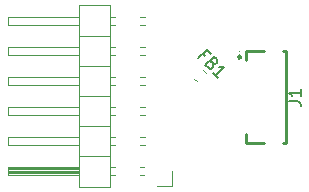
<source format=gbr>
%TF.GenerationSoftware,KiCad,Pcbnew,8.0.6*%
%TF.CreationDate,2024-12-01T12:36:53+01:00*%
%TF.ProjectId,daughter_board,64617567-6874-4657-925f-626f6172642e,rev?*%
%TF.SameCoordinates,Original*%
%TF.FileFunction,Legend,Top*%
%TF.FilePolarity,Positive*%
%FSLAX46Y46*%
G04 Gerber Fmt 4.6, Leading zero omitted, Abs format (unit mm)*
G04 Created by KiCad (PCBNEW 8.0.6) date 2024-12-01 12:36:53*
%MOMM*%
%LPD*%
G01*
G04 APERTURE LIST*
%ADD10C,0.150000*%
%ADD11C,0.120000*%
%ADD12C,0.254000*%
%ADD13C,0.059995*%
G04 APERTURE END LIST*
D10*
X168237053Y-53789227D02*
X168001351Y-53553525D01*
X167630962Y-53923914D02*
X168338069Y-53216807D01*
X168338069Y-53216807D02*
X168674786Y-53553525D01*
X168843145Y-54395319D02*
X168910489Y-54530006D01*
X168910489Y-54530006D02*
X168910489Y-54597349D01*
X168910489Y-54597349D02*
X168876817Y-54698365D01*
X168876817Y-54698365D02*
X168775802Y-54799380D01*
X168775802Y-54799380D02*
X168674786Y-54833052D01*
X168674786Y-54833052D02*
X168607443Y-54833052D01*
X168607443Y-54833052D02*
X168506428Y-54799380D01*
X168506428Y-54799380D02*
X168237054Y-54530006D01*
X168237054Y-54530006D02*
X168944160Y-53822899D01*
X168944160Y-53822899D02*
X169179863Y-54058601D01*
X169179863Y-54058601D02*
X169213534Y-54159617D01*
X169213534Y-54159617D02*
X169213534Y-54226960D01*
X169213534Y-54226960D02*
X169179863Y-54327975D01*
X169179863Y-54327975D02*
X169112519Y-54395319D01*
X169112519Y-54395319D02*
X169011504Y-54428991D01*
X169011504Y-54428991D02*
X168944160Y-54428991D01*
X168944160Y-54428991D02*
X168843145Y-54395319D01*
X168843145Y-54395319D02*
X168607443Y-54159617D01*
X169314550Y-55607502D02*
X168910489Y-55203441D01*
X169112519Y-55405471D02*
X169819626Y-54698365D01*
X169819626Y-54698365D02*
X169651267Y-54732036D01*
X169651267Y-54732036D02*
X169516580Y-54732036D01*
X169516580Y-54732036D02*
X169415565Y-54698365D01*
X175295101Y-57583779D02*
X176009386Y-57583779D01*
X176009386Y-57583779D02*
X176152243Y-57631398D01*
X176152243Y-57631398D02*
X176247482Y-57726636D01*
X176247482Y-57726636D02*
X176295101Y-57869493D01*
X176295101Y-57869493D02*
X176295101Y-57964731D01*
X176295101Y-56583779D02*
X176295101Y-57155207D01*
X176295101Y-56869493D02*
X175295101Y-56869493D01*
X175295101Y-56869493D02*
X175437958Y-56964731D01*
X175437958Y-56964731D02*
X175533196Y-57059969D01*
X175533196Y-57059969D02*
X175580815Y-57155207D01*
D11*
%TO.C,FB1*%
X167284634Y-55677950D02*
X167526843Y-55920159D01*
X168005883Y-54956701D02*
X168248092Y-55198910D01*
D12*
%TO.C,J1*%
X171629905Y-60347854D02*
X171629905Y-61148922D01*
X171629905Y-61148922D02*
X173232241Y-61148922D01*
X171629930Y-53351970D02*
X171629930Y-54142064D01*
X171629930Y-53351970D02*
X173225866Y-53351970D01*
X174777682Y-61148922D02*
X175020913Y-61148922D01*
X174783931Y-53351970D02*
X175020938Y-53351970D01*
X175020938Y-53359971D02*
X175020937Y-61129974D01*
D13*
X171140955Y-53359996D02*
G75*
G02*
X171080959Y-53359996I-29998J0D01*
G01*
X171080959Y-53359996D02*
G75*
G02*
X171140955Y-53359996I29998J0D01*
G01*
D12*
X171248801Y-53859920D02*
G75*
G02*
X170994801Y-53859920I-127000J0D01*
G01*
X170994801Y-53859920D02*
G75*
G02*
X171248801Y-53859920I127000J0D01*
G01*
D11*
%TO.C,J2*%
X151527208Y-50419952D02*
X157527208Y-50419952D01*
X151527208Y-51179952D02*
X151527208Y-50419952D01*
X151527208Y-52959952D02*
X157527207Y-52959952D01*
X151527208Y-53719952D02*
X151527208Y-52959952D01*
X151527208Y-55499952D02*
X157527208Y-55499952D01*
X151527208Y-56259952D02*
X151527208Y-55499952D01*
X151527208Y-58039952D02*
X157527208Y-58039952D01*
X151527208Y-58799952D02*
X151527208Y-58039952D01*
X151527208Y-60579952D02*
X157527208Y-60579952D01*
X151527208Y-61339952D02*
X151527208Y-60579952D01*
X151527208Y-63119952D02*
X157527208Y-63119951D01*
X151527208Y-63879952D02*
X151527208Y-63119952D01*
X157527208Y-49469952D02*
X157527208Y-64829952D01*
X157527208Y-51179951D02*
X151527208Y-51179952D01*
X157527208Y-53719952D02*
X151527208Y-53719952D01*
X157527208Y-56259952D02*
X151527208Y-56259952D01*
X157527208Y-58799952D02*
X151527208Y-58799952D01*
X157527208Y-61339952D02*
X151527208Y-61339952D01*
X157527208Y-63219952D02*
X151527208Y-63219952D01*
X157527208Y-63339952D02*
X151527208Y-63339952D01*
X157527208Y-63459952D02*
X151527208Y-63459952D01*
X157527208Y-63579953D02*
X151527208Y-63579952D01*
X157527208Y-63699951D02*
X151527208Y-63699952D01*
X157527208Y-63819952D02*
X151527208Y-63819952D01*
X157527208Y-63879953D02*
X151527208Y-63879952D01*
X157527208Y-64829952D02*
X160187208Y-64829952D01*
X160187208Y-49469952D02*
X157527208Y-49469952D01*
X160187208Y-54609952D02*
X157527208Y-54609952D01*
X160187208Y-57149952D02*
X157527208Y-57149952D01*
X160187208Y-59689952D02*
X157527208Y-59689952D01*
X160187208Y-62229951D02*
X157527208Y-62229951D01*
X160187208Y-64829952D02*
X160187208Y-49469952D01*
X160187209Y-52069952D02*
X157527207Y-52069952D01*
X160584279Y-50419952D02*
X160187208Y-50419952D01*
X160584279Y-51179952D02*
X160187208Y-51179951D01*
X160584279Y-52959952D02*
X160187208Y-52959953D01*
X160584279Y-53719952D02*
X160187208Y-53719952D01*
X160584279Y-55499952D02*
X160187208Y-55499952D01*
X160584279Y-58799953D02*
X160187208Y-58799952D01*
X160584279Y-60579952D02*
X160187208Y-60579952D01*
X160584279Y-61339952D02*
X160187208Y-61339952D01*
X160584279Y-63119952D02*
X160187208Y-63119951D01*
X160584279Y-63879952D02*
X160187208Y-63879953D01*
X160584280Y-56259952D02*
X160187208Y-56259952D01*
X160584280Y-58039952D02*
X160187208Y-58039952D01*
X163057208Y-63119952D02*
X162670137Y-63119951D01*
X163057208Y-63879952D02*
X162670137Y-63879953D01*
X163124279Y-50419952D02*
X162670137Y-50419952D01*
X163124279Y-51179952D02*
X162670136Y-51179952D01*
X163124279Y-52959952D02*
X162670136Y-52959952D01*
X163124279Y-53719952D02*
X162670137Y-53719952D01*
X163124279Y-55499952D02*
X162670137Y-55499952D01*
X163124279Y-56259952D02*
X162670137Y-56259952D01*
X163124279Y-58039952D02*
X162670137Y-58039952D01*
X163124279Y-58799952D02*
X162670137Y-58799952D01*
X163124279Y-60579952D02*
X162670137Y-60579952D01*
X163124279Y-61339952D02*
X162670137Y-61339952D01*
X165437208Y-64769952D02*
X164167208Y-64769953D01*
X165437209Y-63499952D02*
X165437208Y-64769952D01*
%TD*%
M02*

</source>
